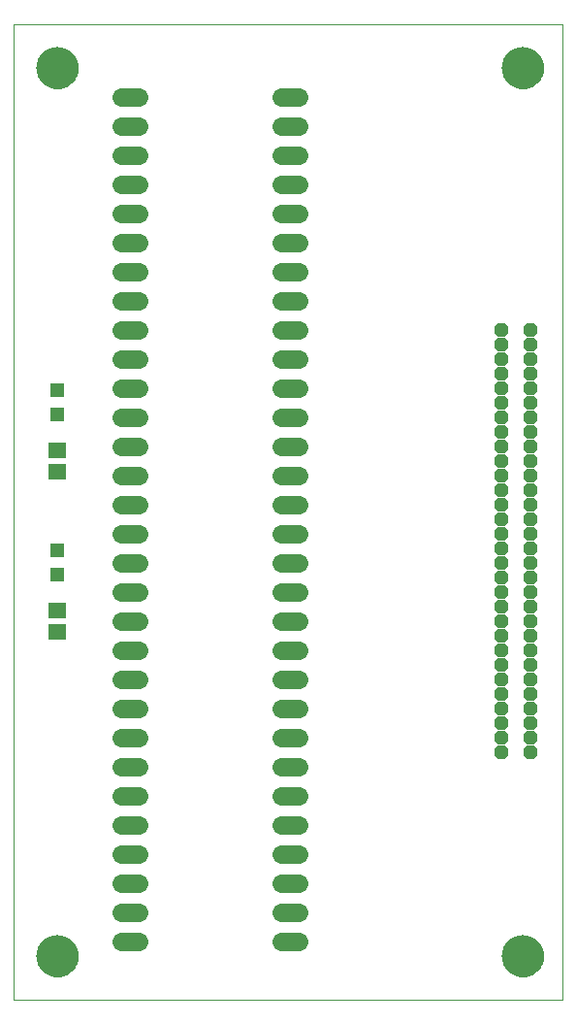
<source format=gts>
G75*
%MOIN*%
%OFA0B0*%
%FSLAX24Y24*%
%IPPOS*%
%LPD*%
%AMOC8*
5,1,8,0,0,1.08239X$1,22.5*
%
%ADD10C,0.0000*%
%ADD11C,0.1440*%
%ADD12OC8,0.0476*%
%ADD13R,0.0512X0.0512*%
%ADD14R,0.0631X0.0552*%
%ADD15C,0.0640*%
D10*
X000100Y000100D02*
X000100Y033596D01*
X018970Y033596D01*
X018970Y000100D01*
X000100Y000100D01*
X000900Y001600D02*
X000902Y001652D01*
X000908Y001704D01*
X000918Y001756D01*
X000931Y001806D01*
X000948Y001856D01*
X000969Y001904D01*
X000994Y001950D01*
X001022Y001994D01*
X001053Y002036D01*
X001087Y002076D01*
X001124Y002113D01*
X001164Y002147D01*
X001206Y002178D01*
X001250Y002206D01*
X001296Y002231D01*
X001344Y002252D01*
X001394Y002269D01*
X001444Y002282D01*
X001496Y002292D01*
X001548Y002298D01*
X001600Y002300D01*
X001652Y002298D01*
X001704Y002292D01*
X001756Y002282D01*
X001806Y002269D01*
X001856Y002252D01*
X001904Y002231D01*
X001950Y002206D01*
X001994Y002178D01*
X002036Y002147D01*
X002076Y002113D01*
X002113Y002076D01*
X002147Y002036D01*
X002178Y001994D01*
X002206Y001950D01*
X002231Y001904D01*
X002252Y001856D01*
X002269Y001806D01*
X002282Y001756D01*
X002292Y001704D01*
X002298Y001652D01*
X002300Y001600D01*
X002298Y001548D01*
X002292Y001496D01*
X002282Y001444D01*
X002269Y001394D01*
X002252Y001344D01*
X002231Y001296D01*
X002206Y001250D01*
X002178Y001206D01*
X002147Y001164D01*
X002113Y001124D01*
X002076Y001087D01*
X002036Y001053D01*
X001994Y001022D01*
X001950Y000994D01*
X001904Y000969D01*
X001856Y000948D01*
X001806Y000931D01*
X001756Y000918D01*
X001704Y000908D01*
X001652Y000902D01*
X001600Y000900D01*
X001548Y000902D01*
X001496Y000908D01*
X001444Y000918D01*
X001394Y000931D01*
X001344Y000948D01*
X001296Y000969D01*
X001250Y000994D01*
X001206Y001022D01*
X001164Y001053D01*
X001124Y001087D01*
X001087Y001124D01*
X001053Y001164D01*
X001022Y001206D01*
X000994Y001250D01*
X000969Y001296D01*
X000948Y001344D01*
X000931Y001394D01*
X000918Y001444D01*
X000908Y001496D01*
X000902Y001548D01*
X000900Y001600D01*
X016900Y001600D02*
X016902Y001652D01*
X016908Y001704D01*
X016918Y001756D01*
X016931Y001806D01*
X016948Y001856D01*
X016969Y001904D01*
X016994Y001950D01*
X017022Y001994D01*
X017053Y002036D01*
X017087Y002076D01*
X017124Y002113D01*
X017164Y002147D01*
X017206Y002178D01*
X017250Y002206D01*
X017296Y002231D01*
X017344Y002252D01*
X017394Y002269D01*
X017444Y002282D01*
X017496Y002292D01*
X017548Y002298D01*
X017600Y002300D01*
X017652Y002298D01*
X017704Y002292D01*
X017756Y002282D01*
X017806Y002269D01*
X017856Y002252D01*
X017904Y002231D01*
X017950Y002206D01*
X017994Y002178D01*
X018036Y002147D01*
X018076Y002113D01*
X018113Y002076D01*
X018147Y002036D01*
X018178Y001994D01*
X018206Y001950D01*
X018231Y001904D01*
X018252Y001856D01*
X018269Y001806D01*
X018282Y001756D01*
X018292Y001704D01*
X018298Y001652D01*
X018300Y001600D01*
X018298Y001548D01*
X018292Y001496D01*
X018282Y001444D01*
X018269Y001394D01*
X018252Y001344D01*
X018231Y001296D01*
X018206Y001250D01*
X018178Y001206D01*
X018147Y001164D01*
X018113Y001124D01*
X018076Y001087D01*
X018036Y001053D01*
X017994Y001022D01*
X017950Y000994D01*
X017904Y000969D01*
X017856Y000948D01*
X017806Y000931D01*
X017756Y000918D01*
X017704Y000908D01*
X017652Y000902D01*
X017600Y000900D01*
X017548Y000902D01*
X017496Y000908D01*
X017444Y000918D01*
X017394Y000931D01*
X017344Y000948D01*
X017296Y000969D01*
X017250Y000994D01*
X017206Y001022D01*
X017164Y001053D01*
X017124Y001087D01*
X017087Y001124D01*
X017053Y001164D01*
X017022Y001206D01*
X016994Y001250D01*
X016969Y001296D01*
X016948Y001344D01*
X016931Y001394D01*
X016918Y001444D01*
X016908Y001496D01*
X016902Y001548D01*
X016900Y001600D01*
X016900Y032100D02*
X016902Y032152D01*
X016908Y032204D01*
X016918Y032256D01*
X016931Y032306D01*
X016948Y032356D01*
X016969Y032404D01*
X016994Y032450D01*
X017022Y032494D01*
X017053Y032536D01*
X017087Y032576D01*
X017124Y032613D01*
X017164Y032647D01*
X017206Y032678D01*
X017250Y032706D01*
X017296Y032731D01*
X017344Y032752D01*
X017394Y032769D01*
X017444Y032782D01*
X017496Y032792D01*
X017548Y032798D01*
X017600Y032800D01*
X017652Y032798D01*
X017704Y032792D01*
X017756Y032782D01*
X017806Y032769D01*
X017856Y032752D01*
X017904Y032731D01*
X017950Y032706D01*
X017994Y032678D01*
X018036Y032647D01*
X018076Y032613D01*
X018113Y032576D01*
X018147Y032536D01*
X018178Y032494D01*
X018206Y032450D01*
X018231Y032404D01*
X018252Y032356D01*
X018269Y032306D01*
X018282Y032256D01*
X018292Y032204D01*
X018298Y032152D01*
X018300Y032100D01*
X018298Y032048D01*
X018292Y031996D01*
X018282Y031944D01*
X018269Y031894D01*
X018252Y031844D01*
X018231Y031796D01*
X018206Y031750D01*
X018178Y031706D01*
X018147Y031664D01*
X018113Y031624D01*
X018076Y031587D01*
X018036Y031553D01*
X017994Y031522D01*
X017950Y031494D01*
X017904Y031469D01*
X017856Y031448D01*
X017806Y031431D01*
X017756Y031418D01*
X017704Y031408D01*
X017652Y031402D01*
X017600Y031400D01*
X017548Y031402D01*
X017496Y031408D01*
X017444Y031418D01*
X017394Y031431D01*
X017344Y031448D01*
X017296Y031469D01*
X017250Y031494D01*
X017206Y031522D01*
X017164Y031553D01*
X017124Y031587D01*
X017087Y031624D01*
X017053Y031664D01*
X017022Y031706D01*
X016994Y031750D01*
X016969Y031796D01*
X016948Y031844D01*
X016931Y031894D01*
X016918Y031944D01*
X016908Y031996D01*
X016902Y032048D01*
X016900Y032100D01*
X000900Y032100D02*
X000902Y032152D01*
X000908Y032204D01*
X000918Y032256D01*
X000931Y032306D01*
X000948Y032356D01*
X000969Y032404D01*
X000994Y032450D01*
X001022Y032494D01*
X001053Y032536D01*
X001087Y032576D01*
X001124Y032613D01*
X001164Y032647D01*
X001206Y032678D01*
X001250Y032706D01*
X001296Y032731D01*
X001344Y032752D01*
X001394Y032769D01*
X001444Y032782D01*
X001496Y032792D01*
X001548Y032798D01*
X001600Y032800D01*
X001652Y032798D01*
X001704Y032792D01*
X001756Y032782D01*
X001806Y032769D01*
X001856Y032752D01*
X001904Y032731D01*
X001950Y032706D01*
X001994Y032678D01*
X002036Y032647D01*
X002076Y032613D01*
X002113Y032576D01*
X002147Y032536D01*
X002178Y032494D01*
X002206Y032450D01*
X002231Y032404D01*
X002252Y032356D01*
X002269Y032306D01*
X002282Y032256D01*
X002292Y032204D01*
X002298Y032152D01*
X002300Y032100D01*
X002298Y032048D01*
X002292Y031996D01*
X002282Y031944D01*
X002269Y031894D01*
X002252Y031844D01*
X002231Y031796D01*
X002206Y031750D01*
X002178Y031706D01*
X002147Y031664D01*
X002113Y031624D01*
X002076Y031587D01*
X002036Y031553D01*
X001994Y031522D01*
X001950Y031494D01*
X001904Y031469D01*
X001856Y031448D01*
X001806Y031431D01*
X001756Y031418D01*
X001704Y031408D01*
X001652Y031402D01*
X001600Y031400D01*
X001548Y031402D01*
X001496Y031408D01*
X001444Y031418D01*
X001394Y031431D01*
X001344Y031448D01*
X001296Y031469D01*
X001250Y031494D01*
X001206Y031522D01*
X001164Y031553D01*
X001124Y031587D01*
X001087Y031624D01*
X001053Y031664D01*
X001022Y031706D01*
X000994Y031750D01*
X000969Y031796D01*
X000948Y031844D01*
X000931Y031894D01*
X000918Y031944D01*
X000908Y031996D01*
X000902Y032048D01*
X000900Y032100D01*
D11*
X001600Y032100D03*
X017600Y032100D03*
X017600Y001600D03*
X001600Y001600D03*
D12*
X016850Y008600D03*
X016850Y009100D03*
X016850Y009600D03*
X016850Y010100D03*
X016850Y010600D03*
X016850Y011100D03*
X016850Y011600D03*
X016850Y012100D03*
X016850Y012600D03*
X016850Y013100D03*
X016850Y013600D03*
X016850Y014100D03*
X016850Y014600D03*
X016850Y015100D03*
X016850Y015600D03*
X016850Y016100D03*
X016850Y016600D03*
X016850Y017100D03*
X016850Y017600D03*
X016850Y018100D03*
X016850Y018600D03*
X016850Y019100D03*
X016850Y019600D03*
X016850Y020100D03*
X016850Y020600D03*
X016850Y021100D03*
X016850Y021600D03*
X016850Y022100D03*
X016850Y022600D03*
X016850Y023100D03*
X017850Y023100D03*
X017850Y022600D03*
X017850Y022100D03*
X017850Y021600D03*
X017850Y021100D03*
X017850Y020600D03*
X017850Y020100D03*
X017850Y019600D03*
X017850Y019100D03*
X017850Y018600D03*
X017850Y018100D03*
X017850Y017600D03*
X017850Y017100D03*
X017850Y016600D03*
X017850Y016100D03*
X017850Y015600D03*
X017850Y015100D03*
X017850Y014600D03*
X017850Y014100D03*
X017850Y013600D03*
X017850Y013100D03*
X017850Y012600D03*
X017850Y012100D03*
X017850Y011600D03*
X017850Y011100D03*
X017850Y010600D03*
X017850Y010100D03*
X017850Y009600D03*
X017850Y009100D03*
X017850Y008600D03*
D13*
X001600Y014687D03*
X001600Y015513D03*
X001600Y020187D03*
X001600Y021013D03*
D14*
X001600Y018974D03*
X001600Y018226D03*
X001600Y013474D03*
X001600Y012726D03*
D15*
X003800Y013100D02*
X004400Y013100D01*
X004400Y012100D02*
X003800Y012100D01*
X003800Y011100D02*
X004400Y011100D01*
X004400Y010100D02*
X003800Y010100D01*
X003800Y009100D02*
X004400Y009100D01*
X004400Y008100D02*
X003800Y008100D01*
X003800Y007100D02*
X004400Y007100D01*
X004400Y006100D02*
X003800Y006100D01*
X003800Y005100D02*
X004400Y005100D01*
X004400Y004100D02*
X003800Y004100D01*
X003800Y003100D02*
X004400Y003100D01*
X004400Y002100D02*
X003800Y002100D01*
X009300Y002100D02*
X009900Y002100D01*
X009900Y003100D02*
X009300Y003100D01*
X009300Y004100D02*
X009900Y004100D01*
X009900Y005100D02*
X009300Y005100D01*
X009300Y006100D02*
X009900Y006100D01*
X009900Y007100D02*
X009300Y007100D01*
X009300Y008100D02*
X009900Y008100D01*
X009900Y009100D02*
X009300Y009100D01*
X009300Y010100D02*
X009900Y010100D01*
X009900Y011100D02*
X009300Y011100D01*
X009300Y012100D02*
X009900Y012100D01*
X009900Y013100D02*
X009300Y013100D01*
X009300Y014100D02*
X009900Y014100D01*
X009900Y015100D02*
X009300Y015100D01*
X009300Y016100D02*
X009900Y016100D01*
X009900Y017100D02*
X009300Y017100D01*
X009300Y018100D02*
X009900Y018100D01*
X009900Y019100D02*
X009300Y019100D01*
X009300Y020100D02*
X009900Y020100D01*
X009900Y021100D02*
X009300Y021100D01*
X009300Y022100D02*
X009900Y022100D01*
X009900Y023100D02*
X009300Y023100D01*
X009300Y024100D02*
X009900Y024100D01*
X009900Y025100D02*
X009300Y025100D01*
X009300Y026100D02*
X009900Y026100D01*
X009900Y027100D02*
X009300Y027100D01*
X009300Y028100D02*
X009900Y028100D01*
X009900Y029100D02*
X009300Y029100D01*
X009300Y030100D02*
X009900Y030100D01*
X009900Y031100D02*
X009300Y031100D01*
X004400Y031100D02*
X003800Y031100D01*
X003800Y030100D02*
X004400Y030100D01*
X004400Y029100D02*
X003800Y029100D01*
X003800Y028100D02*
X004400Y028100D01*
X004400Y027100D02*
X003800Y027100D01*
X003800Y026100D02*
X004400Y026100D01*
X004400Y025100D02*
X003800Y025100D01*
X003800Y024100D02*
X004400Y024100D01*
X004400Y023100D02*
X003800Y023100D01*
X003800Y022100D02*
X004400Y022100D01*
X004400Y021100D02*
X003800Y021100D01*
X003800Y020100D02*
X004400Y020100D01*
X004400Y019100D02*
X003800Y019100D01*
X003800Y018100D02*
X004400Y018100D01*
X004400Y017100D02*
X003800Y017100D01*
X003800Y016100D02*
X004400Y016100D01*
X004400Y015100D02*
X003800Y015100D01*
X003800Y014100D02*
X004400Y014100D01*
M02*

</source>
